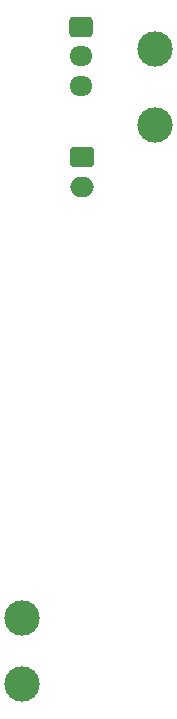
<source format=gbs>
G04 #@! TF.GenerationSoftware,KiCad,Pcbnew,7.0.10*
G04 #@! TF.CreationDate,2024-05-01T16:26:18+02:00*
G04 #@! TF.ProjectId,microscope,6d696372-6f73-4636-9f70-652e6b696361,rev?*
G04 #@! TF.SameCoordinates,Original*
G04 #@! TF.FileFunction,Soldermask,Bot*
G04 #@! TF.FilePolarity,Negative*
%FSLAX46Y46*%
G04 Gerber Fmt 4.6, Leading zero omitted, Abs format (unit mm)*
G04 Created by KiCad (PCBNEW 7.0.10) date 2024-05-01 16:26:18*
%MOMM*%
%LPD*%
G01*
G04 APERTURE LIST*
G04 Aperture macros list*
%AMRoundRect*
0 Rectangle with rounded corners*
0 $1 Rounding radius*
0 $2 $3 $4 $5 $6 $7 $8 $9 X,Y pos of 4 corners*
0 Add a 4 corners polygon primitive as box body*
4,1,4,$2,$3,$4,$5,$6,$7,$8,$9,$2,$3,0*
0 Add four circle primitives for the rounded corners*
1,1,$1+$1,$2,$3*
1,1,$1+$1,$4,$5*
1,1,$1+$1,$6,$7*
1,1,$1+$1,$8,$9*
0 Add four rect primitives between the rounded corners*
20,1,$1+$1,$2,$3,$4,$5,0*
20,1,$1+$1,$4,$5,$6,$7,0*
20,1,$1+$1,$6,$7,$8,$9,0*
20,1,$1+$1,$8,$9,$2,$3,0*%
G04 Aperture macros list end*
%ADD10RoundRect,0.250000X-0.750000X0.600000X-0.750000X-0.600000X0.750000X-0.600000X0.750000X0.600000X0*%
%ADD11O,2.000000X1.700000*%
%ADD12RoundRect,0.250000X-0.725000X0.600000X-0.725000X-0.600000X0.725000X-0.600000X0.725000X0.600000X0*%
%ADD13O,1.950000X1.700000*%
%ADD14C,3.000000*%
G04 APERTURE END LIST*
D10*
X99450000Y-90500000D03*
D11*
X99450000Y-93000000D03*
D12*
X99425000Y-79450000D03*
D13*
X99425000Y-81950000D03*
X99425000Y-84450000D03*
D14*
X94400000Y-135100000D03*
X105700000Y-81300000D03*
X105700000Y-87800000D03*
X94400000Y-129500000D03*
M02*

</source>
